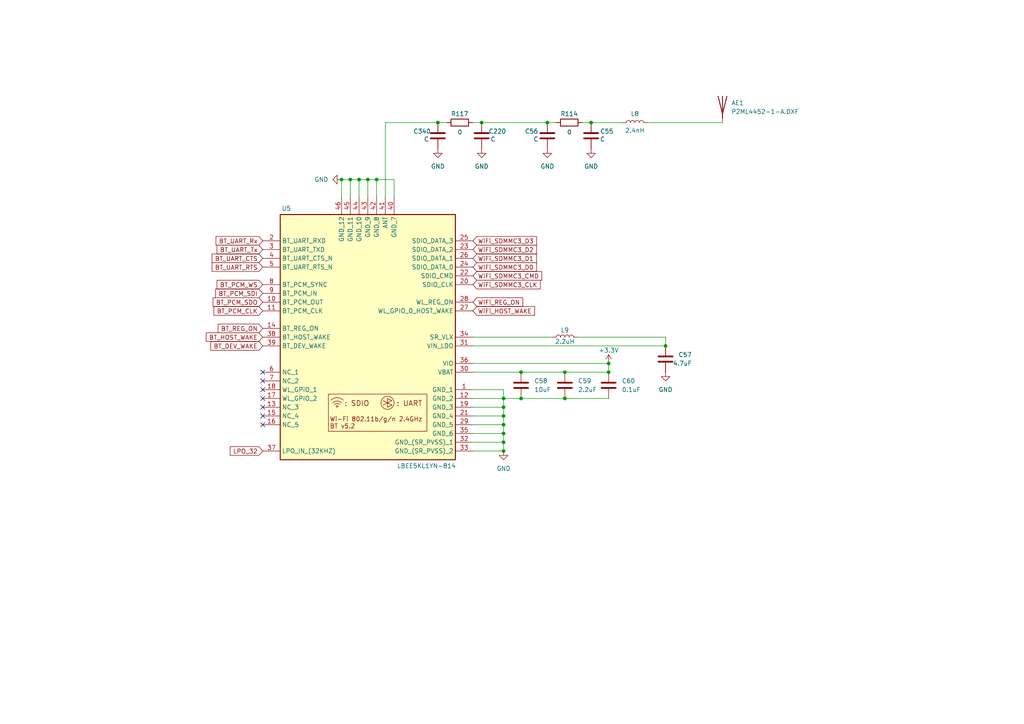
<source format=kicad_sch>
(kicad_sch (version 20250114) (generator "eeschema") (generator_version "9.0")
  (paper "A4")
  (title_block (title "WLAN_BLUETOOTH") (date "2025-01-21") (rev "1.0") (company "Robotics"))
  (lib_symbols
    (symbol "Device:Antenna" (pin_numbers (hide yes)) (pin_names (offset 1.016) (hide yes))
      (property "Reference" "AE" (at -1.905 1.905 0))
      (property "Value" "Antenna" (at -1.905 0 0))
      (symbol "Antenna_0_1"
        (polyline (pts (xy 0 2.54) (xy 0 -3.81)) (stroke (width 0.254)))
        (polyline (pts (xy 1.27 2.54) (xy 0 -2.54) (xy -1.27 2.54)) (stroke (width 0.254)))
      )
      (symbol "Antenna_1_1"
        (pin input line (at 0 -5.08 90) (length 2.54) (name "A") (number "1"))
      )
    )
    (symbol "Device:C" (pin_numbers (hide yes)) (pin_names (offset 0.254))
      (property "Reference" "C" (at 0.635 2.54 0))
      (property "Value" "C" (at 0.635 -2.54 0))
      (symbol "C_0_1"
        (polyline (pts (xy -2.032 0.762) (xy 2.032 0.762)) (stroke (width 0.508)))
        (polyline (pts (xy -2.032 -0.762) (xy 2.032 -0.762)) (stroke (width 0.508)))
      )
      (symbol "C_1_1"
        (pin passive line (at 0 3.81 270) (length 2.794) (name "~") (number "1"))
        (pin passive line (at 0 -3.81 90) (length 2.794) (name "~") (number "2"))
      )
    )
    (symbol "Device:L" (pin_numbers (hide yes)) (pin_names (offset 1.016) (hide yes))
      (property "Reference" "L" (at -1.27 0 90))
      (property "Value" "L" (at 1.905 0 90))
      (symbol "L_0_1"
        (arc (start 0 2.54) (mid 0.6323 1.905) (end 0 1.27))
        (arc (start 0 1.27) (mid 0.6323 0.635) (end 0 0))
        (arc (start 0 0) (mid 0.6323 -0.635) (end 0 -1.27))
        (arc (start 0 -1.27) (mid 0.6323 -1.905) (end 0 -2.54))
      )
      (symbol "L_1_1"
        (pin passive line (at 0 3.81 270) (length 1.27) (name "1") (number "1"))
        (pin passive line (at 0 -3.81 90) (length 1.27) (name "2") (number "2"))
      )
    )
    (symbol "Device:R" (pin_numbers (hide yes)) (pin_names (offset 0))
      (property "Reference" "R" (at 2.032 0 90))
      (property "Value" "R" (at 0 0 90))
      (symbol "R_0_1"
        (rectangle (start -1.016 -2.54) (end 1.016 2.54) (stroke (width 0.254)))
      )
      (symbol "R_1_1"
        (pin passive line (at 0 3.81 270) (length 1.27) (name "~") (number "1"))
        (pin passive line (at 0 -3.81 90) (length 1.27) (name "~") (number "2"))
      )
    )
    (symbol "MY_WiFi:LBEE5KL1YN-814"
      (property "Reference" "U" (at 5.842 10.16 0))
      (property "Value" "LBEE5KL1YN-814" (at 38.1 -65.278 0))
      (symbol "LBEE5KL1YN-814_0_1"
        (rectangle (start 19.05 -44.45) (end 47.625 -55.245))
        (arc (start 19.812 -46.228) (mid 21.59 -45.4915) (end 23.368 -46.228))
        (circle (center 21.59 -48.006) (radius 0.254))
        (arc (start 20.32 -46.99) (mid 21.59 -46.4639) (end 22.86 -46.99))
        (arc (start 20.828 -47.498) (mid 21.59 -47.1824) (end 22.352 -47.498))
        (circle (center 36.195 -46.99) (radius 1.905))
        (polyline (pts (xy 36.195 -48.26) (xy 36.195 -45.72) (xy 37.465 -46.355) (xy 36.195 -46.99) (xy 34.925 -47.625) (xy 36.195 -46.99) (xy 34.925 -46.355) (xy 37.465 -47.625) (xy 36.195 -48.26)))
      )
      (symbol "LBEE5KL1YN-814_1_1"
        (rectangle (start 5.08 7.62) (end 55.88 -63.5) (stroke (width 0.3)) (fill (type background)))
        (text "Wi-Fi 802.11b/g/n 2.4GHz\nBT v5.2" (at 19.431 -52.705 0) (effects (font (size 1.27 1.27)) (justify left)))
        (text ": SDIO" (at 27.305 -47.117 0) (effects (font (size 1.5 1.5))))
        (text ": UART" (at 42.545 -47.117 0) (effects (font (size 1.5 1.5))))
        (pin passive line (at 0 0 0) (length 5.08) (name "BT_UART_RXD") (number "2"))
        (pin passive line (at 0 -2.54 0) (length 5.08) (name "BT_UART_TXD") (number "3"))
        (pin passive line (at 0 -5.08 0) (length 5.08) (name "BT_UART_CTS_N") (number "4"))
        (pin passive line (at 0 -7.62 0) (length 5.08) (name "BT_UART_RTS_N") (number "5"))
        (pin passive line (at 0 -12.7 0) (length 5.08) (name "BT_PCM_SYNC") (number "8"))
        (pin passive line (at 0 -15.24 0) (length 5.08) (name "BT_PCM_IN") (number "9"))
        (pin passive line (at 0 -17.78 0) (length 5.08) (name "BT_PCM_OUT") (number "10"))
        (pin passive line (at 0 -20.32 0) (length 5.08) (name "BT_PCM_CLK") (number "11"))
        (pin passive line (at 0 -25.4 0) (length 5.08) (name "BT_REG_ON") (number "14"))
        (pin passive line (at 0 -27.94 0) (length 5.08) (name "BT_HOST_WAKE") (number "38"))
        (pin passive line (at 0 -30.48 0) (length 5.08) (name "BT_DEV_WAKE") (number "39"))
        (pin passive line (at 0 -38.1 0) (length 5.08) (name "NC_1") (number "6"))
        (pin passive line (at 0 -40.64 0) (length 5.08) (name "NC_2") (number "7"))
        (pin passive line (at 0 -43.18 0) (length 5.08) (name "WL_GPIO_1") (number "18"))
        (pin passive line (at 0 -45.72 0) (length 5.08) (name "WL_GPIO_2") (number "17"))
        (pin passive line (at 0 -48.26 0) (length 5.08) (name "NC_3") (number "13"))
        (pin passive line (at 0 -50.8 0) (length 5.08) (name "NC_4") (number "15"))
        (pin passive line (at 0 -53.34 0) (length 5.08) (name "NC_5") (number "16"))
        (pin passive line (at 0 -60.96 0) (length 5.08) (name "LPO_IN_(32KHZ)") (number "37"))
        (pin passive line (at 22.86 12.7 270) (length 5.08) (name "GND_12") (number "46"))
        (pin passive line (at 25.4 12.7 270) (length 5.08) (name "GND_11") (number "45"))
        (pin passive line (at 27.94 12.7 270) (length 5.08) (name "GND_10") (number "44"))
        (pin passive line (at 30.48 12.7 270) (length 5.08) (name "GND_9") (number "43"))
        (pin passive line (at 33.02 12.7 270) (length 5.08) (name "GND_8") (number "42"))
        (pin passive line (at 35.56 12.7 270) (length 5.08) (name "ANT") (number "41"))
        (pin passive line (at 38.1 12.7 270) (length 5.08) (name "GND_7") (number "40"))
        (pin passive line (at 60.96 0 180) (length 5.08) (name "SDIO_DATA_3") (number "25"))
        (pin passive line (at 60.96 -2.54 180) (length 5.08) (name "SDIO_DATA_2") (number "23"))
        (pin passive line (at 60.96 -5.08 180) (length 5.08) (name "SDIO_DATA_1") (number "26"))
        (pin passive line (at 60.96 -7.62 180) (length 5.08) (name "SDIO_DATA_0") (number "24"))
        (pin passive line (at 60.96 -10.16 180) (length 5.08) (name "SDIO_CMD") (number "22"))
        (pin passive line (at 60.96 -12.7 180) (length 5.08) (name "SDIO_CLK") (number "20"))
        (pin passive line (at 60.96 -17.78 180) (length 5.08) (name "WL_REG_ON") (number "28"))
        (pin passive line (at 60.96 -20.32 180) (length 5.08) (name "WL_GPIO_0_HOST_WAKE") (number "27"))
        (pin passive line (at 60.96 -27.94 180) (length 5.08) (name "SR_VLX") (number "34"))
        (pin passive line (at 60.96 -30.48 180) (length 5.08) (name "VIN_LDO") (number "31"))
        (pin passive line (at 60.96 -35.56 180) (length 5.08) (name "VIO") (number "36"))
        (pin passive line (at 60.96 -38.1 180) (length 5.08) (name "VBAT") (number "30"))
        (pin passive line (at 60.96 -43.18 180) (length 5.08) (name "GND_1") (number "1"))
        (pin passive line (at 60.96 -45.72 180) (length 5.08) (name "GND_2") (number "12"))
        (pin passive line (at 60.96 -48.26 180) (length 5.08) (name "GND_3") (number "19"))
        (pin passive line (at 60.96 -50.8 180) (length 5.08) (name "GND_4") (number "21"))
        (pin passive line (at 60.96 -53.34 180) (length 5.08) (name "GND_5") (number "29"))
        (pin passive line (at 60.96 -55.88 180) (length 5.08) (name "GND_6") (number "35"))
        (pin passive line (at 60.96 -58.42 180) (length 5.08) (name "GND_(SR_PVSS)_1") (number "32"))
        (pin passive line (at 60.96 -60.96 180) (length 5.08) (name "GND_(SR_PVSS)_2") (number "33"))
      )
    )
    (symbol "power:+3.3V" (power) (pin_numbers (hide yes)) (pin_names (offset 0) (hide yes))
      (property "Value" "+3.3V" (at 0 3.556 0))
      (symbol "+3.3V_0_1"
        (polyline (pts (xy -0.762 1.27) (xy 0 2.54)))
        (polyline (pts (xy 0 2.54) (xy 0.762 1.27)))
        (polyline (pts (xy 0 0) (xy 0 2.54)))
      )
      (symbol "+3.3V_1_1"
        (pin power_in line (at 0 0 90) (length 0) (name "~") (number "1"))
      )
    )
    (symbol "power:GND" (power) (pin_numbers (hide yes)) (pin_names (offset 0) (hide yes))
      (property "Value" "GND" (at 0 -3.81 0))
      (symbol "GND_0_1"
        (polyline (pts (xy 0 0) (xy 0 -1.27) (xy 1.27 -1.27) (xy 0 -2.54) (xy -1.27 -1.27) (xy 0 -1.27)))
      )
      (symbol "GND_1_1"
        (pin power_in line (at 0 0 270) (length 0) (name "~") (number "1"))
      )
    )
  )
  (junction (at 106.68 52.07))
  (junction (at 158.75 35.56))
  (junction (at 109.22 52.07))
  (junction (at 193.04 100.33))
  (junction (at 101.6 52.07))
  (junction (at 171.45 35.56))
  (junction (at 146.05 120.65))
  (junction (at 146.05 115.57))
  (junction (at 176.53 105.41))
  (junction (at 151.13 107.95))
  (junction (at 146.05 123.19))
  (junction (at 99.06 52.07))
  (junction (at 146.05 125.73))
  (junction (at 127 35.56))
  (junction (at 163.83 115.57))
  (junction (at 146.05 130.81))
  (junction (at 146.05 118.11))
  (junction (at 104.14 52.07))
  (junction (at 176.53 107.95))
  (junction (at 139.7 35.56))
  (junction (at 146.05 128.27))
  (junction (at 163.83 107.95))
  (junction (at 151.13 115.57))
  (no_connect (at 76.2 118.11))
  (no_connect (at 76.2 107.95))
  (no_connect (at 76.2 113.03))
  (no_connect (at 76.2 110.49))
  (no_connect (at 76.2 120.65))
  (no_connect (at 76.2 123.19))
  (no_connect (at 76.2 115.57))
  (wire (pts (xy 137.16 97.79) (xy 160.02 97.79)))
  (wire (pts (xy 146.05 123.19) (xy 146.05 125.73)))
  (wire (pts (xy 137.16 118.11) (xy 146.05 118.11)))
  (wire (pts (xy 167.64 97.79) (xy 193.04 97.79)))
  (wire (pts (xy 106.68 52.07) (xy 109.22 52.07)))
  (wire (pts (xy 137.16 128.27) (xy 146.05 128.27)))
  (wire (pts (xy 137.16 107.95) (xy 151.13 107.95)))
  (wire (pts (xy 109.22 57.15) (xy 109.22 52.07)))
  (wire (pts (xy 99.06 57.15) (xy 99.06 52.07)))
  (wire (pts (xy 151.13 115.57) (xy 163.83 115.57)))
  (wire (pts (xy 99.06 52.07) (xy 101.6 52.07)))
  (wire (pts (xy 101.6 52.07) (xy 104.14 52.07)))
  (wire (pts (xy 146.05 115.57) (xy 151.13 115.57)))
  (wire (pts (xy 146.05 115.57) (xy 146.05 118.11)))
  (wire (pts (xy 106.68 52.07) (xy 106.68 57.15)))
  (wire (pts (xy 137.16 113.03) (xy 146.05 113.03)))
  (wire (pts (xy 137.16 115.57) (xy 146.05 115.57)))
  (wire (pts (xy 146.05 113.03) (xy 146.05 115.57)))
  (wire (pts (xy 137.16 125.73) (xy 146.05 125.73)))
  (wire (pts (xy 137.16 105.41) (xy 176.53 105.41)))
  (wire (pts (xy 127 35.56) (xy 129.54 35.56)))
  (wire (pts (xy 187.96 35.56) (xy 209.55 35.56)))
  (wire (pts (xy 158.75 35.56) (xy 161.29 35.56)))
  (wire (pts (xy 146.05 118.11) (xy 146.05 120.65)))
  (wire (pts (xy 146.05 120.65) (xy 146.05 123.19)))
  (wire (pts (xy 101.6 52.07) (xy 101.6 57.15)))
  (wire (pts (xy 111.76 35.56) (xy 127 35.56)))
  (wire (pts (xy 137.16 100.33) (xy 193.04 100.33)))
  (wire (pts (xy 137.16 123.19) (xy 146.05 123.19)))
  (wire (pts (xy 163.83 115.57) (xy 176.53 115.57)))
  (wire (pts (xy 151.13 107.95) (xy 163.83 107.95)))
  (wire (pts (xy 139.7 35.56) (xy 158.75 35.56)))
  (wire (pts (xy 168.91 35.56) (xy 171.45 35.56)))
  (wire (pts (xy 163.83 107.95) (xy 176.53 107.95)))
  (wire (pts (xy 146.05 125.73) (xy 146.05 128.27)))
  (wire (pts (xy 193.04 100.33) (xy 193.04 97.79)))
  (wire (pts (xy 111.76 35.56) (xy 111.76 57.15)))
  (wire (pts (xy 137.16 35.56) (xy 139.7 35.56)))
  (wire (pts (xy 137.16 120.65) (xy 146.05 120.65)))
  (wire (pts (xy 146.05 130.81) (xy 137.16 130.81)))
  (wire (pts (xy 104.14 52.07) (xy 106.68 52.07)))
  (wire (pts (xy 104.14 52.07) (xy 104.14 57.15)))
  (wire (pts (xy 176.53 105.41) (xy 176.53 107.95)))
  (wire (pts (xy 114.3 52.07) (xy 114.3 57.15)))
  (wire (pts (xy 171.45 35.56) (xy 180.34 35.56)))
  (wire (pts (xy 109.22 52.07) (xy 114.3 52.07)))
  (wire (pts (xy 146.05 128.27) (xy 146.05 130.81)))
  (global_label "WiFi_SDMMC3_D2" (shape input) (at 137.16 72.39 0) (property "Intersheetrefs" "${INTERSHEET_REFS}" (effects (hide yes))))
  (global_label "BT_PCM_SDO" (shape input) (at 76.2 87.63 180) (property "Intersheetrefs" "${INTERSHEET_REFS}" (effects (hide yes))))
  (global_label "BT_REG_ON" (shape input) (at 76.2 95.25 180) (property "Intersheetrefs" "${INTERSHEET_REFS}" (effects (hide yes))))
  (global_label "WiFi_HOST_WAKE" (shape input) (at 137.16 90.17 0) (property "Intersheetrefs" "${INTERSHEET_REFS}" (effects (hide yes))))
  (global_label "WiFi_REG_ON" (shape input) (at 137.16 87.63 0) (property "Intersheetrefs" "${INTERSHEET_REFS}" (effects (hide yes))))
  (global_label "WiFi_SDMMC3_CMD" (shape input) (at 137.16 80.01 0) (property "Intersheetrefs" "${INTERSHEET_REFS}" (effects (hide yes))))
  (global_label "WiFi_SDMMC3_D1" (shape input) (at 137.16 74.93 0) (property "Intersheetrefs" "${INTERSHEET_REFS}" (effects (hide yes))))
  (global_label "BT_PCM_WS" (shape input) (at 76.2 82.55 180) (property "Intersheetrefs" "${INTERSHEET_REFS}" (effects (hide yes))))
  (global_label "BT_UART_RTS" (shape input) (at 76.2 77.47 180) (property "Intersheetrefs" "${INTERSHEET_REFS}" (effects (hide yes))))
  (global_label "BT_UART_Rx" (shape input) (at 76.2 69.85 180) (property "Intersheetrefs" "${INTERSHEET_REFS}" (effects (hide yes))))
  (global_label "BT_UART_Tx" (shape input) (at 76.2 72.39 180) (property "Intersheetrefs" "${INTERSHEET_REFS}" (effects (hide yes))))
  (global_label "WiFi_SDMMC3_CLK" (shape input) (at 137.16 82.55 0) (property "Intersheetrefs" "${INTERSHEET_REFS}" (effects (hide yes))))
  (global_label "BT_PCM_CLK" (shape input) (at 76.2 90.17 180) (property "Intersheetrefs" "${INTERSHEET_REFS}" (effects (hide yes))))
  (global_label "BT_UART_CTS" (shape input) (at 76.2 74.93 180) (property "Intersheetrefs" "${INTERSHEET_REFS}" (effects (hide yes))))
  (global_label "LPO_32" (shape input) (at 76.2 130.81 180) (property "Intersheetrefs" "${INTERSHEET_REFS}" (effects (hide yes))))
  (global_label "BT_PCM_SDI" (shape input) (at 76.2 85.09 180) (property "Intersheetrefs" "${INTERSHEET_REFS}" (effects (hide yes))))
  (global_label "BT_DEV_WAKE" (shape input) (at 76.2 100.33 180) (property "Intersheetrefs" "${INTERSHEET_REFS}" (effects (hide yes))))
  (global_label "WiFi_SDMMC3_D0" (shape input) (at 137.16 77.47 0) (property "Intersheetrefs" "${INTERSHEET_REFS}" (effects (hide yes))))
  (global_label "BT_HOST_WAKE" (shape input) (at 76.2 97.79 180) (property "Intersheetrefs" "${INTERSHEET_REFS}" (effects (hide yes))))
  (global_label "WiFi_SDMMC3_D3" (shape input) (at 137.16 69.85 0) (property "Intersheetrefs" "${INTERSHEET_REFS}" (effects (hide yes))))
  (symbol (lib_id "power:GND") (at 99.06 52.07 270) (unit 1)
    (property "Reference" "#PWR0120" (effects (hide yes)))
    (property "Value" "GND" (at 95.25 52.0699 90) (effects (justify right)))
    (property "Description" "Power symbol creates a global label with name \"GND\" , ground" (effects (hide yes)))
  )
  (symbol (lib_id "power:GND") (at 193.04 107.95 0) (unit 1)
    (property "Reference" "#PWR0122" (effects (hide yes)))
    (property "Value" "GND" (at 193.04 113.03 0))
    (property "Description" "Power symbol creates a global label with name \"GND\" , ground" (effects (hide yes)))
  )
  (symbol (lib_id "power:GND") (at 139.7 43.18 0) (unit 1)
    (property "Reference" "#PWR0382" (effects (hide yes)))
    (property "Value" "GND" (at 139.7 48.26 0))
    (property "Description" "Power symbol creates a global label with name \"GND\" , ground" (effects (hide yes)))
  )
  (symbol (lib_id "Device:C") (at 158.75 39.37 0) (unit 1)
    (property "Reference" "C56" (at 154.178 38.1 0))
    (property "Value" "C" (at 155.448 40.386 0))
    (property "Footprint" "Capacitor_SMD:C_0402_1005Metric" (effects (hide yes)))
    (property "Description" "Unpolarized capacitor" (effects (hide yes)))
  )
  (symbol (lib_id "Device:C") (at 139.7 39.37 0) (mirror y) (unit 1)
    (property "Reference" "C220" (at 144.272 38.1 0))
    (property "Value" "C" (at 143.002 40.386 0))
    (property "Footprint" "Capacitor_SMD:C_0402_1005Metric" (effects (hide yes)))
    (property "Description" "Unpolarized capacitor" (effects (hide yes)))
  )
  (symbol (lib_id "power:GND") (at 146.05 130.81 0) (unit 1)
    (property "Reference" "#PWR0121" (effects (hide yes)))
    (property "Value" "GND" (at 146.05 135.89 0))
    (property "Description" "Power symbol creates a global label with name \"GND\" , ground" (effects (hide yes)))
  )
  (symbol (lib_id "power:+3.3V") (at 176.53 105.41 0) (unit 1)
    (property "Reference" "#PWR0123" (effects (hide yes)))
    (property "Value" "+3.3V" (at 176.53 101.6 0))
    (property "Description" "Power symbol creates a global label with name \"+3.3V\"" (effects (hide yes)))
  )
  (symbol (lib_id "Device:C") (at 171.45 39.37 0) (mirror y) (unit 1)
    (property "Reference" "C55" (at 176.022 38.1 0))
    (property "Value" "C" (at 174.752 40.386 0))
    (property "Footprint" "Capacitor_SMD:C_0402_1005Metric" (effects (hide yes)))
    (property "Description" "Unpolarized capacitor" (effects (hide yes)))
  )
  (symbol (lib_id "Device:Antenna") (at 209.55 30.48 0) (unit 1)
    (property "Reference" "AE1" (at 212.09 29.8449 0) (effects (justify left)))
    (property "Value" "P2ML4452-1-A.DXF" (at 212.09 32.3849 0) (effects (justify left)))
    (property "Footprint" "PCB:LBEE5KL1YN_ANT" (effects (hide yes)))
    (property "Description" "Antenna" (effects (hide yes)))
  )
  (symbol (lib_id "Device:R") (at 133.35 35.56 270) (unit 1)
    (property "Reference" "R117" (at 135.89 33.02 90) (effects (justify right)))
    (property "Value" "0" (at 134.112 38.354 90) (effects (justify right)))
    (property "Footprint" "Resistor_SMD:R_0402_1005Metric" (effects (hide yes)))
    (property "Description" "Resistor" (effects (hide yes)))
  )
  (symbol (lib_id "power:GND") (at 158.75 43.18 0) (unit 1)
    (property "Reference" "#PWR0118" (effects (hide yes)))
    (property "Value" "GND" (at 158.75 48.26 0))
    (property "Description" "Power symbol creates a global label with name \"GND\" , ground" (effects (hide yes)))
  )
  (symbol (lib_id "Device:C") (at 127 39.37 0) (unit 1)
    (property "Reference" "C340" (at 122.428 38.1 0))
    (property "Value" "C" (at 123.698 40.386 0))
    (property "Footprint" "Capacitor_SMD:C_0402_1005Metric" (effects (hide yes)))
    (property "Description" "Unpolarized capacitor" (effects (hide yes)))
  )
  (symbol (lib_id "Device:C") (at 193.04 104.14 0) (mirror y) (unit 1)
    (property "Reference" "C57" (at 200.66 102.8699 0) (effects (justify left)))
    (property "Value" "4.7uF" (at 200.66 105.4099 0) (effects (justify left)))
    (property "Footprint" "Capacitor_SMD:C_0805_2012Metric" (effects (hide yes)))
    (property "Description" "Unpolarized capacitor" (effects (hide yes)))
  )
  (symbol (lib_id "Device:C") (at 176.53 111.76 0) (unit 1)
    (property "Reference" "C60" (at 180.34 110.4899 0) (effects (justify left)))
    (property "Value" "0.1uF" (at 180.34 113.0299 0) (effects (justify left)))
    (property "Footprint" "Capacitor_SMD:C_0603_1608Metric" (effects (hide yes)))
    (property "Description" "Unpolarized capacitor" (effects (hide yes)))
  )
  (symbol (lib_id "Device:C") (at 151.13 111.76 0) (unit 1)
    (property "Reference" "C58" (at 154.94 110.4899 0) (effects (justify left)))
    (property "Value" "10uF" (at 154.94 113.0299 0) (effects (justify left)))
    (property "Footprint" "Capacitor_SMD:C_1206_3216Metric" (effects (hide yes)))
    (property "Description" "Unpolarized capacitor" (effects (hide yes)))
  )
  (symbol (lib_id "Device:R") (at 165.1 35.56 270) (unit 1)
    (property "Reference" "R114" (at 167.64 33.02 90) (effects (justify right)))
    (property "Value" "0" (at 165.862 38.354 90) (effects (justify right)))
    (property "Footprint" "Resistor_SMD:R_0402_1005Metric" (effects (hide yes)))
    (property "Description" "Resistor" (effects (hide yes)))
  )
  (symbol (lib_id "power:GND") (at 127 43.18 0) (unit 1)
    (property "Reference" "#PWR0324" (effects (hide yes)))
    (property "Value" "GND" (at 127 48.26 0))
    (property "Description" "Power symbol creates a global label with name \"GND\" , ground" (effects (hide yes)))
  )
  (symbol (lib_id "Device:L") (at 163.83 97.79 90) (unit 1)
    (property "Reference" "L9" (at 163.83 95.758 90))
    (property "Value" "2.2uH" (at 163.83 99.06 90))
    (property "Footprint" "Inductor_SMD:L_1210_3225Metric" (effects (hide yes)))
    (property "Description" "Inductor" (effects (hide yes)))
  )
  (symbol (lib_id "power:GND") (at 171.45 43.18 0) (unit 1)
    (property "Reference" "#PWR0119" (effects (hide yes)))
    (property "Value" "GND" (at 171.45 48.26 0))
    (property "Description" "Power symbol creates a global label with name \"GND\" , ground" (effects (hide yes)))
  )
  (symbol (lib_id "Device:C") (at 163.83 111.76 0) (unit 1)
    (property "Reference" "C59" (at 167.64 110.4899 0) (effects (justify left)))
    (property "Value" "2.2uF" (at 167.64 113.0299 0) (effects (justify left)))
    (property "Footprint" "Capacitor_SMD:C_0805_2012Metric" (effects (hide yes)))
    (property "Description" "Unpolarized capacitor" (effects (hide yes)))
  )
  (symbol (lib_id "Device:L") (at 184.15 35.56 90) (unit 1)
    (property "Reference" "L8" (at 184.15 33.02 90))
    (property "Value" "2.4nH" (at 184.15 37.846 90))
    (property "Footprint" "Inductor_SMD:L_0603_1608Metric" (effects (hide yes)))
    (property "Description" "Inductor" (effects (hide yes)))
  )
  (symbol (lib_id "MY_WiFi:LBEE5KL1YN-814") (at 76.2 69.85 0) (unit 1)
    (property "Reference" "U5" (at 83.058 60.452 0))
    (property "Value" "LBEE5KL1YN-814" (at 123.698 135.128 0))
    (property "Footprint" "LBEE5KL1YN-814:LBEE5KL1YN814" (effects (hide yes)))
    (property "Datasheet" "https://www.murata.com/products/productdata/8815814344734/type1yn.pdf" (effects (hide yes)))
    (property "Description" "Bluetooth 802.11b/g/n, Bluetooth v5.2 Transceiver Module 2.4GHz ~ 2.4835GHz Antenna Not Included Surface Mount" (effects (hide yes)))
    (property "Height" "1.1" (effects (hide yes)))
    (property "Mouser Part Number" "81-LBEE5KL1YN-814" (effects (hide yes)))
    (property "Mouser Price/Stock" "https://www.mouser.co.uk/ProductDetail/Murata-Electronics/LBEE5KL1YN-814?qs=TCDPyi3sCW1FrH0sh%252Bb5wA%3D%3D" (effects (hide yes)))
    (property "Manufacturer_Name" "Murata Electronics" (effects (hide yes)))
    (property "Manufacturer_Part_Number" "LBEE5KL1YN-814" (effects (hide yes)))
  )
)
</source>
